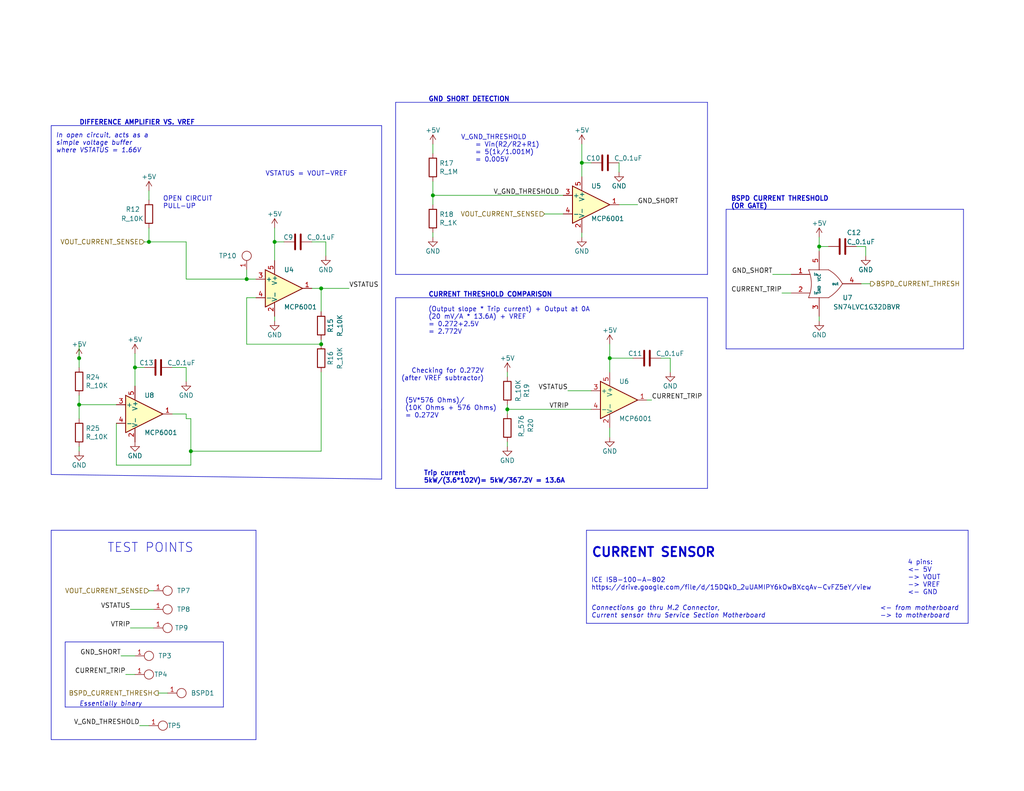
<source format=kicad_sch>
(kicad_sch (version 20250114) (generator "eeschema") (generator_version "9.0")
  (paper "A")
  (title_block (title "BMS Core | BSPD Current Sensing Trigger") (date "2026-02-01") (rev "1") (company "Olin Electric Motorsports") (comment 1 "Akil Pugalenthi") (comment 2 "Jacob Likins") (comment 3 "Melissa Kazazic"))
  (lib_symbols
    (symbol "MCP6001_1" (pin_names (offset 0.127))
      (property "Reference" "U" (at 0 5.08 0))
      (property "Value" "MCP6001_1" (at 0 -5.08 0))
      (symbol "MCP6001_1_0_1"
        (polyline (pts (xy -5.08 5.08) (xy 5.08 0) (xy -5.08 -5.08) (xy -5.08 5.08)) (stroke (width 0.254)) (fill (type background)))
        (pin power_in line (at -2.54 7.62 270) (length 3.81) (name "V+") (number "5"))
        (pin power_in line (at -2.54 -7.62 90) (length 3.81) (name "V-") (number "2"))
      )
      (symbol "MCP6001_1_1_1"
        (pin input line (at -7.62 2.54 0) (length 2.54) (name "+") (number "3"))
        (pin input line (at -7.62 -2.54 0) (length 2.54) (name "-") (number "4"))
        (pin output line (at 7.62 0 180) (length 2.54) (name "~") (number "1"))
      )
    )
    (symbol "MCP6001_2" (pin_names (offset 0.127))
      (property "Reference" "U" (at 0 5.08 0))
      (property "Value" "MCP6001_2" (at 0 -5.08 0))
      (symbol "MCP6001_2_0_1"
        (polyline (pts (xy -5.08 5.08) (xy 5.08 0) (xy -5.08 -5.08) (xy -5.08 5.08)) (stroke (width 0.254)) (fill (type background)))
        (pin power_in line (at -2.54 7.62 270) (length 3.81) (name "V+") (number "5"))
        (pin power_in line (at -2.54 -7.62 90) (length 3.81) (name "V-") (number "2"))
      )
      (symbol "MCP6001_2_1_1"
        (pin input line (at -7.62 2.54 0) (length 2.54) (name "+") (number "3"))
        (pin input line (at -7.62 -2.54 0) (length 2.54) (name "-") (number "4"))
        (pin output line (at 7.62 0 180) (length 2.54) (name "~") (number "1"))
      )
    )
    (symbol "OEM:0u1F" (pin_numbers (hide yes)) (pin_names (offset 0.254))
      (property "Reference" "C" (at 0.635 2.54 0))
      (property "Value" "0u1F" (at 0.635 -2.54 0))
      (symbol "0u1F_0_1"
        (polyline (pts (xy -2.032 0.762) (xy 2.032 0.762)) (stroke (width 0.508)))
        (polyline (pts (xy -2.032 -0.762) (xy 2.032 -0.762)) (stroke (width 0.508)))
      )
      (symbol "0u1F_1_1"
        (pin passive line (at 0 3.81 270) (length 2.794) (name "~") (number "1"))
        (pin passive line (at 0 -3.81 90) (length 2.794) (name "~") (number "2"))
      )
    )
    (symbol "OEM:10KR" (pin_numbers (hide yes)) (pin_names (offset 0))
      (property "Reference" "R" (at 2.032 0 90))
      (property "Value" "10KR" (at 0 0 90))
      (symbol "10KR_0_1"
        (rectangle (start -1.016 -2.54) (end 1.016 2.54) (stroke (width 0.254)))
      )
      (symbol "10KR_1_1"
        (pin passive line (at 0 3.81 270) (length 1.27) (name "~") (number "1"))
        (pin passive line (at 0 -3.81 90) (length 1.27) (name "~") (number "2"))
      )
    )
    (symbol "OEM:1KR" (pin_numbers (hide yes)) (pin_names (offset 0))
      (property "Reference" "R" (at 2.032 0 90))
      (property "Value" "1KR" (at 0 0 90))
      (symbol "1KR_0_1"
        (rectangle (start -1.016 -2.54) (end 1.016 2.54) (stroke (width 0.254)))
      )
      (symbol "1KR_1_1"
        (pin passive line (at 0 3.81 270) (length 1.27) (name "~") (number "1"))
        (pin passive line (at 0 -3.81 90) (length 1.27) (name "~") (number "2"))
      )
    )
    (symbol "OEM:1MR" (pin_numbers (hide yes)) (pin_names (offset 0))
      (property "Reference" "R" (at 2.032 0 90))
      (property "Value" "1MR" (at 0 0 90))
      (symbol "1MR_0_1"
        (rectangle (start -1.016 -2.54) (end 1.016 2.54) (stroke (width 0.254)))
      )
      (symbol "1MR_1_1"
        (pin passive line (at 0 3.81 270) (length 1.27) (name "~") (number "1"))
        (pin passive line (at 0 -3.81 90) (length 1.27) (name "~") (number "2"))
      )
    )
    (symbol "OEM:576R" (pin_numbers (hide yes)) (pin_names (offset 0))
      (property "Reference" "R" (at 2.032 0 90))
      (property "Value" "576R" (at 0 0 90))
      (symbol "576R_0_1"
        (rectangle (start -1.016 -2.54) (end 1.016 2.54) (stroke (width 0.254)))
      )
      (symbol "576R_1_1"
        (pin passive line (at 0 3.81 270) (length 1.27) (name "~") (number "1"))
        (pin passive line (at 0 -3.81 90) (length 1.27) (name "~") (number "2"))
      )
    )
    (symbol "OEM:MCP6001" (pin_names (offset 0.127))
      (property "Reference" "U" (at 0 5.08 0))
      (property "Value" "MCP6001" (at 0 -5.08 0))
      (symbol "MCP6001_0_1"
        (polyline (pts (xy -5.08 5.08) (xy 5.08 0) (xy -5.08 -5.08) (xy -5.08 5.08)) (stroke (width 0.254)) (fill (type background)))
        (pin power_in line (at -2.54 7.62 270) (length 3.81) (name "V+") (number "5"))
        (pin power_in line (at -2.54 -7.62 90) (length 3.81) (name "V-") (number "2"))
      )
      (symbol "MCP6001_1_1"
        (pin input line (at -7.62 2.54 0) (length 2.54) (name "+") (number "3"))
        (pin input line (at -7.62 -2.54 0) (length 2.54) (name "-") (number "4"))
        (pin output line (at 7.62 0 180) (length 2.54) (name "~") (number "1"))
      )
    )
    (symbol "OEM:SN74LVC1G32DBVR" (pin_names (offset 1.016))
      (property "Reference" "U" (at 0 11.43 0))
      (property "Value" "SN74LVC1G32DBVR" (at 0 16.51 0))
      (symbol "SN74LVC1G32DBVR_0_1"
        (polyline (pts (xy -2.921 -3.81) (xy -2.54 -3.81)))
        (polyline (pts (xy -2.54 3.81) (xy -2.921 3.81)))
      )
      (symbol "SN74LVC1G32DBVR_1_1"
        (arc (start -2.921 3.81) (mid -2.139 0) (end -2.921 -3.81))
        (arc (start 6.35 0) (mid 4.662 -2.122) (end 2.54 -3.81))
        (arc (start 2.54 3.81) (mid 4.7001 2.1601) (end 6.35 0))
        (polyline (pts (xy -2.54 3.81) (xy 2.54 3.81)))
        (polyline (pts (xy -2.54 -3.81) (xy 2.54 -3.81)))
        (pin bidirectional line (at -7.62 2.54 0) (length 5.08) (name "in") (number "1"))
        (pin bidirectional line (at -7.62 -2.54 0) (length 5.08) (name "in") (number "2"))
        (pin bidirectional line (at 0 8.89 270) (length 5.08) (name "VCC") (number "5"))
        (pin bidirectional line (at 0 -8.89 90) (length 5.08) (name "GND") (number "3"))
        (pin bidirectional line (at 11.43 0 180) (length 5.08) (name "out") (number "4"))
      )
    )
    (symbol "OEM:TP_1mm" (pin_names (offset 1.016)) (in_bom no)
      (property "Reference" "TP" (at 0 7.62 0))
      (property "Value" "TP_1mm" (at 1.27 5.08 0))
      (symbol "TP_1mm_1_1"
        (circle (center 0 2.54) (radius 1.27))
        (pin input line (at 0 -1.27 90) (length 2.54) (name "~") (number "1"))
      )
    )
    (symbol "power:+5V" (power) (pin_names (offset 0))
      (property "Value" "+5V" (at 0 3.556 0))
      (symbol "+5V_0_1"
        (polyline (pts (xy -0.762 1.27) (xy 0 2.54)))
        (polyline (pts (xy 0 2.54) (xy 0.762 1.27)))
        (polyline (pts (xy 0 0) (xy 0 2.54)))
      )
      (symbol "+5V_1_1"
        (pin power_in line (at 0 0 90) (length 0) (hide yes) (name "+5V") (number "1"))
      )
    )
    (symbol "power:GND" (power) (pin_names (offset 0))
      (property "Value" "GND" (at 0 -3.81 0))
      (symbol "GND_0_1"
        (polyline (pts (xy 0 0) (xy 0 -1.27) (xy 1.27 -1.27) (xy 0 -2.54) (xy -1.27 -1.27) (xy 0 -1.27)))
      )
      (symbol "GND_1_1"
        (pin power_in line (at 0 0 270) (length 0) (hide yes) (name "GND") (number "1"))
      )
    )
  )
  (text "CURRENT THRESHOLD COMPARISON" (at 116.84 81.28 0) (effects (font (size 1.27 1.27) (thickness 0.254) (bold yes)) (justify left bottom)))
  (text "<- from motherboard\n-> to motherboard" (at 240.03 168.91 0) (effects (font (size 1.27 1.27) (italic yes)) (justify left bottom)))
  (text "TEST POINTS" (at 29.21 151.13 0) (effects (font (size 2.4892 2.4892)) (justify left bottom)))
  (text "VSTATUS = VOUT-VREF" (at 72.39 48.26 0) (effects (font (size 1.27 1.27)) (justify left bottom)))
  (text "4 pins:\n<- 5V\n-> VOUT\n-> VREF\n<- GND" (at 247.65 162.56 0) (effects (font (size 1.27 1.27)) (justify left bottom)))
  (text "OPEN CIRCUIT\nPULL-UP" (at 44.45 57.15 0) (effects (font (size 1.27 1.27)) (justify left bottom)))
  (text "(Output slope * Trip current) + Output at 0A\n(20 mV/A * 13.6A) + VREF\n= 0.272+2.5V \n= 2.772V" (at 116.84 91.44 0) (effects (font (size 1.27 1.27)) (justify left bottom)))
  (text "Connections go thru M.2 Connector,\nCurrent sensor thru Service Section Motherboard" (at 161.29 168.91 0) (effects (font (size 1.27 1.27) (italic yes)) (justify left bottom)))
  (text "BSPD CURRENT THRESHOLD\n(OR GATE)" (at 199.39 57.15 0) (effects (font (size 1.27 1.27) (thickness 0.254) (bold yes)) (justify left bottom)))
  (text "GND SHORT DETECTION" (at 116.84 27.94 0) (effects (font (size 1.27 1.27) (thickness 0.254) (bold yes)) (justify left bottom)))
  (text "Trip current\n5kW/(3.6*102V)= 5kW/367.2V = 13.6A" (at 115.57 132.08 0) (effects (font (size 1.27 1.27) (thickness 0.254) (bold yes)) (justify left bottom)))
  (text "V_GND_THRESHOLD\n    = Vin(R2/R2+R1)\n    = 5(1k/1.001M)\n    = 0.005V" (at 125.73 44.45 0) (effects (font (size 1.27 1.27)) (justify left bottom)))
  (text "Checking for 0.272V\n(after VREF subtractor)" (at 132.08 104.14 0) (effects (font (size 1.27 1.27)) (justify right bottom)))
  (text "(5V*576 Ohms)/\n(10K Ohms + 576 Ohms)\n= 0.272V" (at 110.49 114.3 0) (effects (font (size 1.27 1.27)) (justify left bottom)))
  (text "Essentially binary" (at 21.59 193.04 0) (effects (font (size 1.27 1.27) (italic yes)) (justify left bottom)))
  (text "CURRENT SENSOR" (at 161.29 152.4 0) (effects (font (size 2.4892 2.4892) (thickness 0.4978) (bold yes)) (justify left bottom)))
  (text "DIFFERENCE AMPLIFIER VS. VREF" (at 21.59 34.29 0) (effects (font (size 1.27 1.27) (thickness 0.254) (bold yes)) (justify left bottom)))
  (text "ICE ISB-100-A-802\nhttps://drive.google.com/file/d/15DQkD_2uUAMIPY6kOwBXcqAv-CvFZ5eY/view" (at 161.29 161.29 0) (effects (font (size 1.27 1.27)) (justify left bottom)))
  (text "In open circuit, acts as a \nsimple voltage buffer\nwhere VSTATUS = 1.66V" (at 15.24 41.91 0) (effects (font (size 1.27 1.27) (italic yes)) (justify left bottom)))
  (junction (at 36.83 100.33))
  (junction (at 87.63 78.74))
  (junction (at 40.64 66.04))
  (junction (at 74.93 66.04))
  (junction (at 158.75 44.45))
  (junction (at 67.31 76.2))
  (junction (at 118.11 53.34))
  (junction (at 21.59 110.49))
  (junction (at 138.43 111.76))
  (junction (at 87.63 93.98))
  (junction (at 21.59 97.79))
  (junction (at 52.07 123.19))
  (junction (at 166.37 97.79))
  (junction (at 223.52 67.31))
  (wire (pts (xy 50.8 76.2) (xy 67.31 76.2)))
  (wire (pts (xy 50.8 100.33) (xy 50.8 104.14)))
  (polyline (pts (xy 60.96 193.04) (xy 60.96 175.26)))
  (wire (pts (xy 223.52 64.77) (xy 223.52 67.31)))
  (wire (pts (xy 50.8 113.03) (xy 46.99 113.03)))
  (polyline (pts (xy 107.95 81.28) (xy 107.95 133.35)))
  (wire (pts (xy 38.1 198.12) (xy 40.64 198.12)))
  (polyline (pts (xy 17.78 175.26) (xy 60.96 175.26)))
  (wire (pts (xy 87.63 93.98) (xy 87.63 92.71)))
  (wire (pts (xy 118.11 53.34) (xy 118.11 55.88)))
  (wire (pts (xy 31.75 127) (xy 52.07 127)))
  (wire (pts (xy 67.31 93.98) (xy 87.63 93.98)))
  (polyline (pts (xy 104.14 34.29) (xy 13.97 34.29)))
  (polyline (pts (xy 69.85 144.78) (xy 69.85 201.93)))
  (polyline (pts (xy 107.95 74.93) (xy 193.04 74.93)))
  (wire (pts (xy 21.59 97.79) (xy 21.59 93.98)))
  (wire (pts (xy 74.93 66.04) (xy 74.93 71.12)))
  (polyline (pts (xy 17.78 193.04) (xy 60.96 193.04)))
  (polyline (pts (xy 198.12 57.15) (xy 262.89 57.15)))
  (wire (pts (xy 50.8 66.04) (xy 50.8 76.2)))
  (wire (pts (xy 69.85 76.2) (xy 67.31 76.2)))
  (polyline (pts (xy 104.14 111.76) (xy 104.14 111.76)))
  (wire (pts (xy 118.11 39.37) (xy 118.11 41.91)))
  (wire (pts (xy 39.37 100.33) (xy 36.83 100.33)))
  (wire (pts (xy 85.09 66.04) (xy 88.9 66.04)))
  (wire (pts (xy 118.11 63.5) (xy 118.11 64.77)))
  (wire (pts (xy 158.75 63.5) (xy 158.75 64.77)))
  (wire (pts (xy 138.43 101.6) (xy 138.43 102.87)))
  (polyline (pts (xy 160.02 170.18) (xy 264.16 170.18)))
  (wire (pts (xy 138.43 110.49) (xy 138.43 111.76)))
  (wire (pts (xy 210.82 74.93) (xy 215.9 74.93)))
  (polyline (pts (xy 13.97 34.29) (xy 13.97 129.54)))
  (polyline (pts (xy 104.14 130.81) (xy 104.14 34.29)))
  (wire (pts (xy 21.59 97.79) (xy 21.59 100.33)))
  (polyline (pts (xy 17.78 175.26) (xy 17.78 193.04)))
  (polyline (pts (xy 193.04 74.93) (xy 193.04 27.94)))
  (wire (pts (xy 41.91 166.37) (xy 35.56 166.37)))
  (wire (pts (xy 168.91 55.88) (xy 173.99 55.88)))
  (wire (pts (xy 21.59 121.92) (xy 21.59 123.19)))
  (wire (pts (xy 158.75 39.37) (xy 158.75 44.45)))
  (wire (pts (xy 46.99 100.33) (xy 50.8 100.33)))
  (wire (pts (xy 87.63 78.74) (xy 95.25 78.74)))
  (wire (pts (xy 35.56 171.45) (xy 41.91 171.45)))
  (wire (pts (xy 31.75 115.57) (xy 31.75 127)))
  (wire (pts (xy 158.75 44.45) (xy 158.75 48.26)))
  (wire (pts (xy 52.07 123.19) (xy 87.63 123.19)))
  (polyline (pts (xy 160.02 144.78) (xy 160.02 170.18)))
  (wire (pts (xy 21.59 110.49) (xy 31.75 110.49)))
  (wire (pts (xy 182.88 101.6) (xy 182.88 97.79)))
  (wire (pts (xy 21.59 110.49) (xy 21.59 114.3)))
  (polyline (pts (xy 13.97 201.93) (xy 69.85 201.93)))
  (wire (pts (xy 176.53 109.22) (xy 177.8 109.22)))
  (polyline (pts (xy 13.97 144.78) (xy 69.85 144.78)))
  (wire (pts (xy 87.63 123.19) (xy 87.63 101.6)))
  (wire (pts (xy 166.37 93.98) (xy 166.37 97.79)))
  (wire (pts (xy 168.91 44.45) (xy 168.91 46.99)))
  (wire (pts (xy 166.37 116.84) (xy 166.37 119.38)))
  (wire (pts (xy 36.83 96.52) (xy 36.83 100.33)))
  (wire (pts (xy 67.31 81.28) (xy 69.85 81.28)))
  (wire (pts (xy 223.52 67.31) (xy 226.06 67.31)))
  (polyline (pts (xy 262.89 95.25) (xy 262.89 57.15)))
  (wire (pts (xy 154.94 106.68) (xy 161.29 106.68)))
  (wire (pts (xy 40.64 66.04) (xy 50.8 66.04)))
  (wire (pts (xy 87.63 85.09) (xy 87.63 78.74)))
  (wire (pts (xy 223.52 86.36) (xy 223.52 87.63)))
  (wire (pts (xy 36.83 100.33) (xy 36.83 105.41)))
  (polyline (pts (xy 160.02 144.78) (xy 264.16 144.78)))
  (wire (pts (xy 74.93 62.23) (xy 74.93 66.04)))
  (wire (pts (xy 45.72 189.23) (xy 43.18 189.23)))
  (wire (pts (xy 21.59 110.49) (xy 21.59 107.95)))
  (wire (pts (xy 223.52 67.31) (xy 223.52 68.58)))
  (wire (pts (xy 138.43 120.65) (xy 138.43 121.92)))
  (wire (pts (xy 166.37 97.79) (xy 172.72 97.79)))
  (wire (pts (xy 52.07 123.19) (xy 52.07 114.3)))
  (wire (pts (xy 237.49 77.47) (xy 234.95 77.47)))
  (wire (pts (xy 148.59 58.42) (xy 153.67 58.42)))
  (polyline (pts (xy 13.97 129.54) (xy 104.14 130.81)))
  (wire (pts (xy 74.93 86.36) (xy 74.93 87.63)))
  (polyline (pts (xy 193.04 27.94) (xy 107.95 27.94)))
  (polyline (pts (xy 193.04 81.28) (xy 107.95 81.28)))
  (wire (pts (xy 50.8 114.3) (xy 50.8 113.03)))
  (wire (pts (xy 67.31 73.66) (xy 67.31 76.2)))
  (wire (pts (xy 85.09 78.74) (xy 87.63 78.74)))
  (wire (pts (xy 118.11 49.53) (xy 118.11 53.34)))
  (polyline (pts (xy 198.12 95.25) (xy 262.89 95.25)))
  (wire (pts (xy 236.22 69.85) (xy 236.22 67.31)))
  (wire (pts (xy 50.8 114.3) (xy 52.07 114.3)))
  (wire (pts (xy 67.31 81.28) (xy 67.31 93.98)))
  (wire (pts (xy 33.02 179.07) (xy 36.83 179.07)))
  (wire (pts (xy 40.64 62.23) (xy 40.64 66.04)))
  (polyline (pts (xy 264.16 170.18) (xy 264.16 144.78)))
  (wire (pts (xy 215.9 80.01) (xy 213.36 80.01)))
  (polyline (pts (xy 198.12 57.15) (xy 198.12 95.25)))
  (polyline (pts (xy 193.04 133.35) (xy 193.04 81.28)))
  (wire (pts (xy 158.75 44.45) (xy 161.29 44.45)))
  (wire (pts (xy 138.43 111.76) (xy 161.29 111.76)))
  (wire (pts (xy 182.88 97.79) (xy 180.34 97.79)))
  (wire (pts (xy 40.64 52.07) (xy 40.64 54.61)))
  (wire (pts (xy 118.11 53.34) (xy 153.67 53.34)))
  (wire (pts (xy 138.43 111.76) (xy 138.43 113.03)))
  (wire (pts (xy 40.64 161.29) (xy 41.91 161.29)))
  (wire (pts (xy 34.29 184.15) (xy 36.83 184.15)))
  (polyline (pts (xy 107.95 133.35) (xy 193.04 133.35)))
  (wire (pts (xy 39.37 66.04) (xy 40.64 66.04)))
  (wire (pts (xy 77.47 66.04) (xy 74.93 66.04)))
  (wire (pts (xy 88.9 66.04) (xy 88.9 69.85)))
  (polyline (pts (xy 107.95 27.94) (xy 107.95 74.93)))
  (wire (pts (xy 236.22 67.31) (xy 233.68 67.31)))
  (wire (pts (xy 166.37 97.79) (xy 166.37 101.6)))
  (wire (pts (xy 52.07 123.19) (xy 52.07 127)))
  (polyline (pts (xy 13.97 144.78) (xy 13.97 201.93)))
  (label "CURRENT_TRIP" (at 177.8 109.22 0))
  (label "GND_SHORT" (at 173.99 55.88 0))
  (label "CURRENT_TRIP" (at 213.36 80.01 180))
  (label "GND_SHORT" (at 210.82 74.93 180))
  (label "GND_SHORT" (at 33.02 179.07 180))
  (label "VTRIP" (at 35.56 171.45 180))
  (label "VSTATUS" (at 154.94 106.68 180))
  (label "CURRENT_TRIP" (at 34.29 184.15 180))
  (label "VSTATUS" (at 35.56 166.37 180))
  (label "VTRIP" (at 149.86 111.76 0))
  (label "V_GND_THRESHOLD" (at 134.62 53.34 0))
  (label "VSTATUS" (at 95.25 78.74 0))
  (label "V_GND_THRESHOLD" (at 38.1 198.12 180))
  (hierarchical_label "VOUT_CURRENT_SENSE" (shape input) (at 39.37 66.04 180))
  (hierarchical_label "BSPD_CURRENT_THRESH" (shape output) (at 237.49 77.47 0))
  (hierarchical_label "VOUT_CURRENT_SENSE" (shape input) (at 40.64 161.29 180))
  (hierarchical_label "BSPD_CURRENT_THRESH" (shape output) (at 43.18 189.23 180))
  (hierarchical_label "VOUT_CURRENT_SENSE" (shape input) (at 148.59 58.42 180))
  (symbol (lib_id "power:+5V") (at 166.37 93.98 0) (unit 1)
    (property "Reference" "#PWR?" (effects (hide yes)))
    (property "Value" "+5V" (at 166.37 90.17 0))
  )
  (symbol (lib_id "OEM:0u1F") (at 81.28 66.04 90) (unit 1)
    (property "Reference" "C9" (at 80.01 64.77 90) (effects (justify left)))
    (property "Value" "C_0.1uF" (at 91.44 64.77 90) (effects (justify left)))
    (property "Footprint" "OEM:C_0603" (effects (hide yes)))
    (property "Datasheet" "http://datasheets.avx.com/X7RDielectric.pdf" (effects (hide yes)))
    (property "MFN" "DK" (effects (hide yes)))
    (property "MPN" "478-3352-1-ND" (effects (hide yes)))
    (property "DKPN" "1276-1935-2-ND" (effects (hide yes)))
    (property "Package" "0603" (effects (hide yes)))
    (property "Stocked" "Reel" (effects (hide yes)))
    (property "NewDesigns" "YES" (effects (hide yes)))
    (property "Style" "SMD" (effects (hide yes)))
  )
  (symbol (lib_id "OEM:0u1F") (at 43.18 100.33 90) (unit 1)
    (property "Reference" "C13" (at 41.91 99.06 90) (effects (justify left)))
    (property "Value" "C_0.1uF" (at 53.34 99.06 90) (effects (justify left)))
    (property "Footprint" "OEM:C_0603" (effects (hide yes)))
    (property "Datasheet" "http://datasheets.avx.com/X7RDielectric.pdf" (effects (hide yes)))
    (property "MFN" "DK" (effects (hide yes)))
    (property "MPN" "478-3352-1-ND" (effects (hide yes)))
    (property "DKPN" "1276-1935-2-ND" (effects (hide yes)))
    (property "Package" "0603" (effects (hide yes)))
    (property "Stocked" "Reel" (effects (hide yes)))
    (property "NewDesigns" "YES" (effects (hide yes)))
    (property "Style" "SMD" (effects (hide yes)))
  )
  (symbol (lib_id "power:+5V") (at 40.64 52.07 0) (unit 1)
    (property "Reference" "#PWR?" (effects (hide yes)))
    (property "Value" "+5V" (at 40.64 48.26 0))
  )
  (symbol (lib_id "OEM:TP_1mm") (at 41.91 198.12 270) (unit 1) (in_bom no)
    (property "Reference" "TP5" (at 45.72 198.12 90) (effects (justify left)))
    (property "Value" "V_GND_THRESHOLD" (effects (hide yes)))
    (property "Footprint" "TestPoint:TestPoint_Pad_D1.0mm" (effects (hide yes)))
    (property "NewDesigns" "YES" (effects (hide yes)))
    (property "Package" "Custom" (effects (hide yes)))
    (property "Style" "SMD" (effects (hide yes)))
  )
  (symbol (lib_id "power:+5V") (at 36.83 96.52 0) (unit 1)
    (property "Reference" "#PWR?" (effects (hide yes)))
    (property "Value" "+5V" (at 36.83 92.71 0))
  )
  (symbol (lib_id "OEM:SN74LVC1G32DBVR") (at 223.52 77.47 0) (unit 1)
    (property "Reference" "U7" (at 229.87 81.28 0) (effects (justify left)))
    (property "Value" "SN74LVC1G32DBVR" (at 227.33 83.82 0) (effects (justify left)))
    (property "Footprint" "OEM:SOT-23-5_OEM" (effects (hide yes)))
    (property "Datasheet" "http://www.ti.com/lit/ds/symlink/sn74lvc1g32.pdf" (effects (hide yes)))
    (property "MFN" "DK" (effects (hide yes)))
    (property "MPN" "296-9847-1-ND" (effects (hide yes)))
    (property "DKPN" "296-9847-1-ND" (effects (hide yes)))
    (property "Stocked" "Tape" (effects (hide yes)))
    (property "NewDesigns" "YES" (effects (hide yes)))
    (property "Package" "SOT-23-5" (effects (hide yes)))
    (property "Style" "SMD" (effects (hide yes)))
  )
  (symbol (lib_id "OEM:TP_1mm") (at 67.31 72.39 0) (unit 1) (in_bom no)
    (property "Reference" "TP10" (at 59.69 69.85 0) (effects (justify left)))
    (property "Value" "TP_1mm" (effects (hide yes)))
    (property "Footprint" "TestPoint:TestPoint_Pad_D1.0mm" (effects (hide yes)))
    (property "NewDesigns" "YES" (effects (hide yes)))
    (property "Package" "Custom" (effects (hide yes)))
    (property "Style" "SMD" (effects (hide yes)))
  )
  (symbol (lib_id "power:GND") (at 74.93 87.63 0) (unit 1)
    (property "Reference" "#PWR?" (effects (hide yes)))
    (property "Value" "GND" (at 74.93 91.44 0))
  )
  (symbol (lib_id "OEM:1KR") (at 118.11 59.69 0) (unit 1)
    (property "Reference" "R18" (at 119.888 58.5216 0) (effects (justify left)))
    (property "Value" "R_1K" (at 119.888 60.833 0) (effects (justify left)))
    (property "Footprint" "OEM:R_0603" (effects (hide yes)))
    (property "Datasheet" "https://www.seielect.com/Catalog/SEI-rncp.pdf" (effects (hide yes)))
    (property "MFN" "DK" (effects (hide yes)))
    (property "MPN" "RNCP0805FTD1K00CT-ND" (effects (hide yes)))
    (property "DKPN" "RMCF0603FT1K00TR-ND" (effects (hide yes)))
    (property "NewDesigns" "YES" (effects (hide yes)))
    (property "Stocked" "Reel" (effects (hide yes)))
    (property "Package" "0603" (effects (hide yes)))
    (property "Style" "SMD" (effects (hide yes)))
  )
  (symbol (lib_id "power:GND") (at 36.83 120.65 0) (unit 1)
    (property "Reference" "#PWR?" (effects (hide yes)))
    (property "Value" "GND" (at 36.83 124.46 0))
  )
  (symbol (lib_id "OEM:TP_1mm") (at 46.99 189.23 270) (unit 1) (in_bom no)
    (property "Reference" "BSPD1" (at 52.07 189.23 90) (effects (justify left)))
    (property "Value" "BSPD_CURRENT_THRESH" (effects (hide yes)))
    (property "Footprint" "TestPoint:TestPoint_Pad_D1.0mm" (effects (hide yes)))
    (property "NewDesigns" "YES" (effects (hide yes)))
    (property "Package" "Custom" (effects (hide yes)))
    (property "Style" "SMD" (effects (hide yes)))
  )
  (symbol (lib_id "power:GND") (at 88.9 69.85 0) (unit 1)
    (property "Reference" "#PWR?" (effects (hide yes)))
    (property "Value" "GND" (at 88.9 73.66 0))
  )
  (symbol (lib_id "OEM:576R") (at 138.43 116.84 0) (unit 1)
    (property "Reference" "R20" (at 144.78 118.11 90) (effects (justify left)))
    (property "Value" "R_576" (at 142.24 119.38 90) (effects (justify left)))
    (property "Footprint" "OEM:R_0603" (effects (hide yes)))
    (property "Datasheet" "${OEM_DIR}/parts/datasheets/stackpole_RMCF_RMCP.pdf" (effects (hide yes)))
    (property "MPN" "RMCF0603FT576R" (effects (hide yes)))
    (property "DKPN" "RMCF0603FT576RDKR-ND" (effects (hide yes)))
    (property "MFN" "Stackpole Electronics" (effects (hide yes)))
    (property "NewDesigns" "YES" (effects (hide yes)))
    (property "Stocked" "Digi-Reel" (effects (hide yes)))
    (property "Package" "0603" (effects (hide yes)))
    (property "Style" "SMD" (effects (hide yes)))
  )
  (symbol (lib_id "OEM:1MR") (at 118.11 45.72 0) (unit 1)
    (property "Reference" "R17" (at 119.888 44.5516 0) (effects (justify left)))
    (property "Value" "R_1M" (at 119.888 46.863 0) (effects (justify left)))
    (property "Footprint" "OEM:R_0603" (effects (hide yes)))
    (property "Datasheet" "https://www.seielect.com/Catalog/SEI-rncp.pdf" (effects (hide yes)))
    (property "MFN" "DK" (effects (hide yes)))
    (property "MPN" "RMCF0805JT1M00CT-ND" (effects (hide yes)))
    (property "DKPN" "1292-WR06X1004FTLDKR-ND" (effects (hide yes)))
    (property "NewDesigns" "YES" (effects (hide yes)))
    (property "Stocked" "Digi-Reel" (effects (hide yes)))
    (property "Package" "0603" (effects (hide yes)))
    (property "Style" "SMD" (effects (hide yes)))
  )
  (symbol (lib_id "OEM:0u1F") (at 229.87 67.31 90) (unit 1)
    (property "Reference" "C12" (at 234.95 63.5 90) (effects (justify left)))
    (property "Value" "C_0.1uF" (at 238.76 66.04 90) (effects (justify left)))
    (property "Footprint" "OEM:C_0603" (effects (hide yes)))
    (property "Datasheet" "http://datasheets.avx.com/X7RDielectric.pdf" (effects (hide yes)))
    (property "MFN" "DK" (effects (hide yes)))
    (property "MPN" "478-3352-1-ND" (effects (hide yes)))
    (property "DKPN" "1276-1935-2-ND" (effects (hide yes)))
    (property "Package" "0603" (effects (hide yes)))
    (property "Stocked" "Reel" (effects (hide yes)))
    (property "NewDesigns" "YES" (effects (hide yes)))
    (property "Style" "SMD" (effects (hide yes)))
  )
  (symbol (lib_id "OEM:1MR") (at 21.59 104.14 0) (unit 1)
    (property "Reference" "R24" (at 23.368 102.9716 0) (effects (justify left)))
    (property "Value" "R_10K" (at 23.368 105.283 0) (effects (justify left)))
    (property "Footprint" "OEM:R_0603" (effects (hide yes)))
    (property "Datasheet" "https://www.seielect.com/Catalog/SEI-rncp.pdf" (effects (hide yes)))
    (property "MFN" "DK" (effects (hide yes)))
    (property "MPN" "RMCF0805JT1M00CT-ND" (effects (hide yes)))
    (property "DKPN" "1292-WR06X1004FTLDKR-ND" (effects (hide yes)))
    (property "NewDesigns" "YES" (effects (hide yes)))
    (property "Stocked" "Digi-Reel" (effects (hide yes)))
    (property "Package" "0603" (effects (hide yes)))
    (property "Style" "SMD" (effects (hide yes)))
  )
  (symbol (lib_id "OEM:10KR") (at 87.63 97.79 180) (unit 1)
    (property "Reference" "R16" (at 90.17 97.79 90))
    (property "Value" "R_10K" (at 92.71 97.79 90))
    (property "Footprint" "OEM:R_0603" (effects (hide yes)))
    (property "Datasheet" "http://www.bourns.com/data/global/pdfs/CRS.pdf" (effects (hide yes)))
    (property "MFN" "DK" (effects (hide yes)))
    (property "MPN" "CRS0805-FX-1002ELFCT-ND" (effects (hide yes)))
    (property "DKPN" "RMCF0603FT10K0TR-ND" (effects (hide yes)))
    (property "Package" "0603" (effects (hide yes)))
    (property "NewDesigns" "YES" (effects (hide yes)))
    (property "Stocked" "Reel" (effects (hide yes)))
    (property "Style" "SMD" (effects (hide yes)))
  )
  (symbol (lib_id "OEM:MCP6001") (at 168.91 109.22 0) (unit 1)
    (property "Reference" "U6" (at 168.91 104.14 0) (effects (justify left)))
    (property "Value" "MCP6001" (at 168.91 114.3 0) (effects (justify left)))
    (property "Footprint" "Package_TO_SOT_SMD:SOT-353_SC-70-5" (effects (hide yes)))
    (property "Datasheet" "${OEM_DIR}/parts/datasheets/microchip_MCP600XX.pdf" (effects (hide yes)))
    (property "MFN" "Microchip" (effects (hide yes)))
    (property "MPN" "MCP6001T-I/OT" (effects (hide yes)))
    (property "DKPN" "MCP6001T-I/OTCT-ND" (effects (hide yes)))
    (property "Package" "SC-70-5" (effects (hide yes)))
    (property "NewDesigns" "YES" (effects (hide yes)))
    (property "Stocked" "Tape" (effects (hide yes)))
    (property "Style" "SMD" (effects (hide yes)))
  )
  (symbol (lib_id "OEM:0u1F") (at 176.53 97.79 90) (unit 1)
    (property "Reference" "C11" (at 175.26 96.52 90) (effects (justify left)))
    (property "Value" "C_0.1uF" (at 186.69 96.52 90) (effects (justify left)))
    (property "Footprint" "OEM:C_0603" (effects (hide yes)))
    (property "Datasheet" "http://datasheets.avx.com/X7RDielectric.pdf" (effects (hide yes)))
    (property "MFN" "DK" (effects (hide yes)))
    (property "MPN" "478-3352-1-ND" (effects (hide yes)))
    (property "DKPN" "1276-1935-2-ND" (effects (hide yes)))
    (property "Package" "0603" (effects (hide yes)))
    (property "Stocked" "Reel" (effects (hide yes)))
    (property "NewDesigns" "YES" (effects (hide yes)))
    (property "Style" "SMD" (effects (hide yes)))
  )
  (symbol (lib_id "OEM:1KR") (at 21.59 118.11 0) (unit 1)
    (property "Reference" "R25" (at 23.368 116.9416 0) (effects (justify left)))
    (property "Value" "R_10K" (at 23.368 119.253 0) (effects (justify left)))
    (property "Footprint" "OEM:R_0603" (effects (hide yes)))
    (property "Datasheet" "https://www.seielect.com/Catalog/SEI-rncp.pdf" (effects (hide yes)))
    (property "MFN" "DK" (effects (hide yes)))
    (property "MPN" "RNCP0805FTD1K00CT-ND" (effects (hide yes)))
    (property "DKPN" "RMCF0603FT1K00TR-ND" (effects (hide yes)))
    (property "NewDesigns" "YES" (effects (hide yes)))
    (property "Stocked" "Reel" (effects (hide yes)))
    (property "Package" "0603" (effects (hide yes)))
    (property "Style" "SMD" (effects (hide yes)))
  )
  (symbol (lib_id "power:GND") (at 21.59 123.19 0) (unit 1)
    (property "Reference" "#PWR?" (effects (hide yes)))
    (property "Value" "GND" (at 21.59 127 0))
  )
  (symbol (lib_id "OEM:TP_1mm") (at 43.18 166.37 270) (unit 1) (in_bom no)
    (property "Reference" "TP8" (at 48.26 166.37 90) (effects (justify left)))
    (property "Value" "VSTATUS" (effects (hide yes)))
    (property "Footprint" "TestPoint:TestPoint_Pad_D1.0mm" (effects (hide yes)))
    (property "NewDesigns" "YES" (effects (hide yes)))
    (property "Package" "Custom" (effects (hide yes)))
    (property "Style" "SMD" (effects (hide yes)))
  )
  (symbol (lib_id "OEM:0u1F") (at 165.1 44.45 90) (unit 1)
    (property "Reference" "C10" (at 163.83 43.18 90) (effects (justify left)))
    (property "Value" "C_0.1uF" (at 175.26 43.18 90) (effects (justify left)))
    (property "Footprint" "OEM:C_0603" (effects (hide yes)))
    (property "Datasheet" "http://datasheets.avx.com/X7RDielectric.pdf" (effects (hide yes)))
    (property "MFN" "DK" (effects (hide yes)))
    (property "MPN" "478-3352-1-ND" (effects (hide yes)))
    (property "DKPN" "1276-1935-2-ND" (effects (hide yes)))
    (property "Package" "0603" (effects (hide yes)))
    (property "Stocked" "Reel" (effects (hide yes)))
    (property "NewDesigns" "YES" (effects (hide yes)))
    (property "Style" "SMD" (effects (hide yes)))
  )
  (symbol (lib_id "power:+5V") (at 138.43 101.6 0) (unit 1)
    (property "Reference" "#PWR?" (effects (hide yes)))
    (property "Value" "+5V" (at 138.43 97.79 0))
  )
  (symbol (lib_id "power:GND") (at 138.43 121.92 0) (unit 1)
    (property "Reference" "#PWR?" (effects (hide yes)))
    (property "Value" "GND" (at 138.43 125.73 0))
  )
  (symbol (lib_id "OEM:10KR") (at 40.64 58.42 180) (unit 1)
    (property "Reference" "R12" (at 34.29 57.15 0) (effects (justify right)))
    (property "Value" "R_10K" (at 33.02 59.69 0) (effects (justify right)))
    (property "Footprint" "OEM:R_0603" (effects (hide yes)))
    (property "Datasheet" "http://www.bourns.com/data/global/pdfs/CRS.pdf" (effects (hide yes)))
    (property "MFN" "DK" (effects (hide yes)))
    (property "MPN" "CRS0805-FX-1002ELFCT-ND" (effects (hide yes)))
    (property "DKPN" "RMCF0603FT10K0TR-ND" (effects (hide yes)))
    (property "Package" "0603" (effects (hide yes)))
    (property "NewDesigns" "YES" (effects (hide yes)))
    (property "Stocked" "Reel" (effects (hide yes)))
    (property "Style" "SMD" (effects (hide yes)))
  )
  (symbol (lib_id "power:GND") (at 182.88 101.6 0) (unit 1)
    (property "Reference" "#PWR?" (effects (hide yes)))
    (property "Value" "GND" (at 182.88 105.41 0))
  )
  (symbol (lib_id "power:+5V") (at 158.75 39.37 0) (unit 1)
    (property "Reference" "#PWR?" (effects (hide yes)))
    (property "Value" "+5V" (at 158.75 35.56 0))
  )
  (symbol (lib_id "power:+5V") (at 223.52 64.77 0) (unit 1)
    (property "Reference" "#PWR?" (effects (hide yes)))
    (property "Value" "+5V" (at 223.52 60.96 0))
  )
  (symbol (lib_id "power:+5V") (at 118.11 39.37 0) (unit 1)
    (property "Reference" "#PWR?" (effects (hide yes)))
    (property "Value" "+5V" (at 118.11 35.56 0))
  )
  (symbol (lib_name "MCP6001_2") (lib_id "OEM:MCP6001") (at 39.37 113.03 0) (unit 1)
    (property "Reference" "U8" (at 39.37 107.95 0) (effects (justify left)))
    (property "Value" "MCP6001" (at 39.37 118.11 0) (effects (justify left)))
    (property "Footprint" "Package_TO_SOT_SMD:SOT-353_SC-70-5" (effects (hide yes)))
    (property "Datasheet" "${OEM_DIR}/parts/datasheets/microchip_MCP600XX.pdf" (effects (hide yes)))
    (property "MFN" "Microchip" (effects (hide yes)))
    (property "MPN" "MCP6001T-I/OT" (effects (hide yes)))
    (property "DKPN" "MCP6001T-I/OTCT-ND" (effects (hide yes)))
    (property "Package" "SC-70-5" (effects (hide yes)))
    (property "NewDesigns" "YES" (effects (hide yes)))
    (property "Stocked" "Tape" (effects (hide yes)))
    (property "Style" "SMD" (effects (hide yes)))
  )
  (symbol (lib_id "power:GND") (at 166.37 119.38 0) (unit 1)
    (property "Reference" "#PWR?" (effects (hide yes)))
    (property "Value" "GND" (at 166.37 123.19 0))
  )
  (symbol (lib_id "OEM:TP_1mm") (at 38.1 184.15 270) (unit 1) (in_bom no)
    (property "Reference" "TP4" (at 45.72 184.15 90) (effects (justify right)))
    (property "Value" "CURRENT_TRIP" (effects (hide yes)))
    (property "Footprint" "TestPoint:TestPoint_Pad_D1.0mm" (effects (hide yes)))
    (property "NewDesigns" "YES" (effects (hide yes)))
    (property "Package" "Custom" (effects (hide yes)))
    (property "Style" "SMD" (effects (hide yes)))
  )
  (symbol (lib_id "power:+5V") (at 21.59 97.79 0) (unit 1)
    (property "Reference" "#PWR?" (effects (hide yes)))
    (property "Value" "+5V" (at 21.59 93.98 0))
  )
  (symbol (lib_id "power:GND") (at 118.11 64.77 0) (unit 1)
    (property "Reference" "#PWR?" (effects (hide yes)))
    (property "Value" "GND" (at 118.11 68.58 0))
  )
  (symbol (lib_id "power:GND") (at 158.75 64.77 0) (unit 1)
    (property "Reference" "#PWR?" (effects (hide yes)))
    (property "Value" "GND" (at 158.75 68.58 0))
  )
  (symbol (lib_id "power:+5V") (at 74.93 62.23 0) (unit 1)
    (property "Reference" "#PWR?" (effects (hide yes)))
    (property "Value" "+5V" (at 74.93 58.42 0))
  )
  (symbol (lib_id "power:GND") (at 236.22 69.85 0) (unit 1)
    (property "Reference" "#PWR?" (effects (hide yes)))
    (property "Value" "GND" (at 236.22 73.66 0))
  )
  (symbol (lib_id "OEM:TP_1mm") (at 43.18 171.45 270) (unit 1) (in_bom no)
    (property "Reference" "TP9" (at 49.53 171.45 90))
    (property "Value" "VTRIP" (effects (hide yes)))
    (property "Footprint" "TestPoint:TestPoint_Pad_D1.0mm" (effects (hide yes)))
    (property "NewDesigns" "YES" (effects (hide yes)))
    (property "Package" "Custom" (effects (hide yes)))
    (property "Style" "SMD" (effects (hide yes)))
  )
  (symbol (lib_id "OEM:TP_1mm") (at 38.1 179.07 270) (unit 1) (in_bom no)
    (property "Reference" "TP3" (at 43.18 179.07 90) (effects (justify left)))
    (property "Value" "GND_SHORT" (effects (hide yes)))
    (property "Footprint" "TestPoint:TestPoint_Pad_D1.0mm" (effects (hide yes)))
    (property "NewDesigns" "YES" (effects (hide yes)))
    (property "Package" "Custom" (effects (hide yes)))
    (property "Style" "SMD" (effects (hide yes)))
  )
  (symbol (lib_id "OEM:10KR") (at 87.63 88.9 180) (unit 1)
    (property "Reference" "R15" (at 90.17 88.9 90))
    (property "Value" "R_10K" (at 92.71 88.9 90))
    (property "Footprint" "OEM:R_0603" (effects (hide yes)))
    (property "Datasheet" "http://www.bourns.com/data/global/pdfs/CRS.pdf" (effects (hide yes)))
    (property "MFN" "DK" (effects (hide yes)))
    (property "MPN" "CRS0805-FX-1002ELFCT-ND" (effects (hide yes)))
    (property "DKPN" "RMCF0603FT10K0TR-ND" (effects (hide yes)))
    (property "Package" "0603" (effects (hide yes)))
    (property "NewDesigns" "YES" (effects (hide yes)))
    (property "Stocked" "Reel" (effects (hide yes)))
    (property "Style" "SMD" (effects (hide yes)))
  )
  (symbol (lib_name "MCP6001_1") (lib_id "OEM:MCP6001") (at 161.29 55.88 0) (unit 1)
    (property "Reference" "U5" (at 161.29 50.8 0) (effects (justify left)))
    (property "Value" "MCP6001" (at 161.29 59.69 0) (effects (justify left)))
    (property "Footprint" "Package_TO_SOT_SMD:SOT-353_SC-70-5" (effects (hide yes)))
    (property "Datasheet" "${OEM_DIR}/parts/datasheets/microchip_MCP600XX.pdf" (effects (hide yes)))
    (property "MFN" "Microchip" (effects (hide yes)))
    (property "MPN" "MCP6001T-I/OT" (effects (hide yes)))
    (property "DKPN" "MCP6001T-I/OTCT-ND" (effects (hide yes)))
    (property "Package" "SC-70-5" (effects (hide yes)))
    (property "NewDesigns" "YES" (effects (hide yes)))
    (property "Stocked" "Tape" (effects (hide yes)))
    (property "Style" "SMD" (effects (hide yes)))
  )
  (symbol (lib_name "MCP6001_2") (lib_id "OEM:MCP6001") (at 77.47 78.74 0) (unit 1)
    (property "Reference" "U4" (at 77.47 73.66 0) (effects (justify left)))
    (property "Value" "MCP6001" (at 77.47 83.82 0) (effects (justify left)))
    (property "Footprint" "Package_TO_SOT_SMD:SOT-353_SC-70-5" (effects (hide yes)))
    (property "Datasheet" "${OEM_DIR}/parts/datasheets/microchip_MCP600XX.pdf" (effects (hide yes)))
    (property "MFN" "Microchip" (effects (hide yes)))
    (property "MPN" "MCP6001T-I/OT" (effects (hide yes)))
    (property "DKPN" "MCP6001T-I/OTCT-ND" (effects (hide yes)))
    (property "Package" "SC-70-5" (effects (hide yes)))
    (property "NewDesigns" "YES" (effects (hide yes)))
    (property "Stocked" "Tape" (effects (hide yes)))
    (property "Style" "SMD" (effects (hide yes)))
  )
  (symbol (lib_id "power:GND") (at 168.91 46.99 0) (unit 1)
    (property "Reference" "#PWR?" (effects (hide yes)))
    (property "Value" "GND" (at 168.91 50.8 0))
  )
  (symbol (lib_id "power:GND") (at 223.52 87.63 0) (unit 1)
    (property "Reference" "#PWR?" (effects (hide yes)))
    (property "Value" "GND" (at 223.52 91.44 0))
  )
  (symbol (lib_id "OEM:10KR") (at 138.43 106.68 180) (unit 1)
    (property "Reference" "R19" (at 143.6878 106.68 90))
    (property "Value" "R_10K" (at 141.3764 106.68 90))
    (property "Footprint" "OEM:R_0603" (effects (hide yes)))
    (property "Datasheet" "http://www.bourns.com/data/global/pdfs/CRS.pdf" (effects (hide yes)))
    (property "MFN" "DK" (effects (hide yes)))
    (property "MPN" "CRS0805-FX-1002ELFCT-ND" (effects (hide yes)))
    (property "DKPN" "RMCF0603FT10K0TR-ND" (effects (hide yes)))
    (property "Package" "0603" (effects (hide yes)))
    (property "NewDesigns" "YES" (effects (hide yes)))
    (property "Stocked" "Reel" (effects (hide yes)))
    (property "Style" "SMD" (effects (hide yes)))
  )
  (symbol (lib_id "OEM:TP_1mm") (at 43.18 161.29 270) (unit 1) (in_bom no)
    (property "Reference" "TP7" (at 48.26 161.29 90) (effects (justify left)))
    (property "Value" "VOUT" (effects (hide yes)))
    (property "Footprint" "TestPoint:TestPoint_Pad_D1.0mm" (effects (hide yes)))
    (property "NewDesigns" "YES" (effects (hide yes)))
    (property "Package" "Custom" (effects (hide yes)))
    (property "Style" "SMD" (effects (hide yes)))
  )
  (symbol (lib_id "power:GND") (at 50.8 104.14 0) (unit 1)
    (property "Reference" "#PWR?" (effects (hide yes)))
    (property "Value" "GND" (at 50.8 107.95 0))
  )
)
</source>
